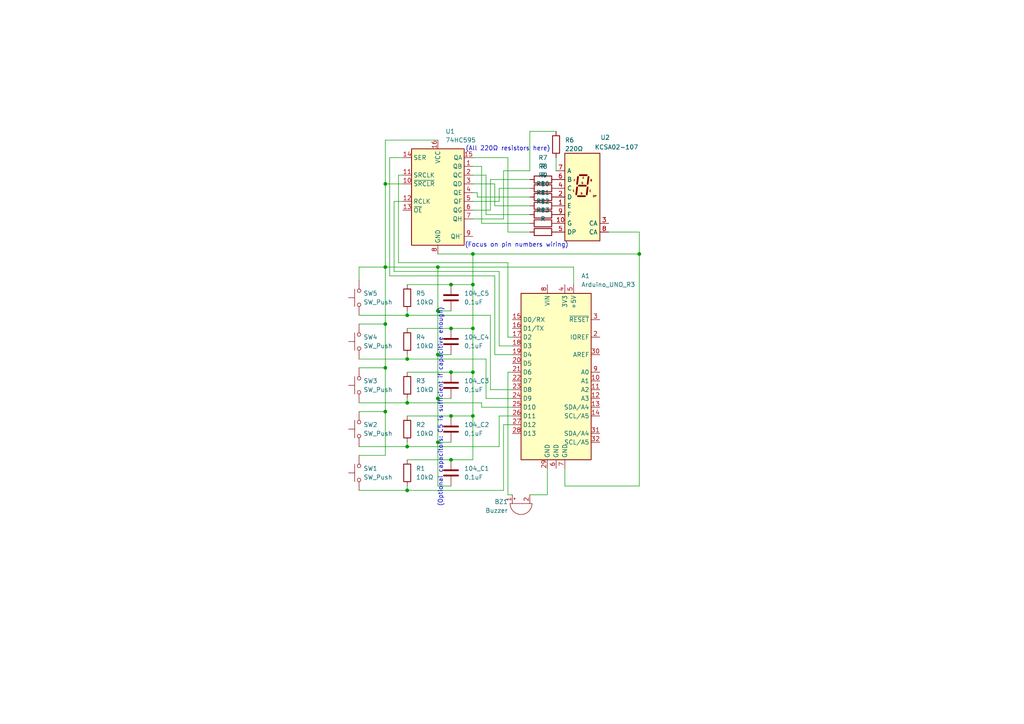
<source format=kicad_sch>
(kicad_sch (version 20250114) (generator "eeschema") (generator_version "9.0")
  (paper "A4")
  (lib_symbols
    (symbol "74xx:74HC595"
      (property "Reference" "U" (at -7.62 13.97 0))
      (property "Value" "74HC595" (at -7.62 -16.51 0))
      (symbol "74HC595_1_0"
        (pin input line (at -10.16 10.16 0) (length 2.54) (name "SER") (number "14"))
        (pin input line (at -10.16 5.08 0) (length 2.54) (name "SRCLK") (number "11"))
        (pin input line (at -10.16 2.54 0) (length 2.54) (name "~{SRCLR}") (number "10"))
        (pin input line (at -10.16 -2.54 0) (length 2.54) (name "RCLK") (number "12"))
        (pin input line (at -10.16 -5.08 0) (length 2.54) (name "~{OE}") (number "13"))
        (pin power_in line (at 0 15.24 270) (length 2.54) (name "VCC") (number "16"))
        (pin power_in line (at 0 -17.78 90) (length 2.54) (name "GND") (number "8"))
        (pin tri_state line (at 10.16 10.16 180) (length 2.54) (name "QA") (number "15"))
        (pin tri_state line (at 10.16 7.62 180) (length 2.54) (name "QB") (number "1"))
        (pin tri_state line (at 10.16 5.08 180) (length 2.54) (name "QC") (number "2"))
        (pin tri_state line (at 10.16 2.54 180) (length 2.54) (name "QD") (number "3"))
        (pin tri_state line (at 10.16 0 180) (length 2.54) (name "QE") (number "4"))
        (pin tri_state line (at 10.16 -2.54 180) (length 2.54) (name "QF") (number "5"))
        (pin tri_state line (at 10.16 -5.08 180) (length 2.54) (name "QG") (number "6"))
        (pin tri_state line (at 10.16 -7.62 180) (length 2.54) (name "QH") (number "7"))
        (pin output line (at 10.16 -12.7 180) (length 2.54) (name "QH'") (number "9"))
      )
      (symbol "74HC595_1_1"
        (rectangle (start -7.62 12.7) (end 7.62 -15.24) (stroke (width 0.254)) (fill (type background)))
      )
    )
    (symbol "Device:Buzzer" (pin_names (offset 0.0254) (hide yes))
      (property "Reference" "BZ" (at 3.81 1.27 0))
      (property "Value" "Buzzer" (at 3.81 -1.27 0))
      (symbol "Buzzer_0_1"
        (polyline (pts (xy -1.651 1.905) (xy -1.143 1.905)))
        (polyline (pts (xy -1.397 2.159) (xy -1.397 1.651)))
        (arc (start 0 3.175) (mid 3.1612 0) (end 0 -3.175))
        (polyline (pts (xy 0 3.175) (xy 0 -3.175)))
      )
      (symbol "Buzzer_1_1"
        (pin passive line (at -2.54 2.54 0) (length 2.54) (name "+") (number "1"))
        (pin passive line (at -2.54 -2.54 0) (length 2.54) (name "-") (number "2"))
      )
    )
    (symbol "Device:C" (pin_numbers (hide yes)) (pin_names (offset 0.254))
      (property "Reference" "C" (at 0.635 2.54 0))
      (property "Value" "C" (at 0.635 -2.54 0))
      (symbol "C_0_1"
        (polyline (pts (xy -2.032 0.762) (xy 2.032 0.762)) (stroke (width 0.508)))
        (polyline (pts (xy -2.032 -0.762) (xy 2.032 -0.762)) (stroke (width 0.508)))
      )
      (symbol "C_1_1"
        (pin passive line (at 0 3.81 270) (length 2.794) (name "~") (number "1"))
        (pin passive line (at 0 -3.81 90) (length 2.794) (name "~") (number "2"))
      )
    )
    (symbol "Device:R" (pin_numbers (hide yes)) (pin_names (offset 0))
      (property "Reference" "R" (at 2.032 0 90))
      (property "Value" "R" (at 0 0 90))
      (symbol "R_0_1"
        (rectangle (start -1.016 -2.54) (end 1.016 2.54) (stroke (width 0.254)))
      )
      (symbol "R_1_1"
        (pin passive line (at 0 3.81 270) (length 1.27) (name "~") (number "1"))
        (pin passive line (at 0 -3.81 90) (length 1.27) (name "~") (number "2"))
      )
    )
    (symbol "Display_Character:KCSA02-107" (pin_names (offset 0.635))
      (property "Reference" "U" (at -2.54 13.97 0))
      (property "Value" "KCSA02-107" (at 1.27 13.97 0))
      (symbol "KCSA02-107_0_0"
        (text "E" (at -2.54 1.778 0) (effects (font (size 0.508 0.508))))
        (text "F" (at -2.286 4.826 0) (effects (font (size 0.508 0.508))))
        (text "D" (at -0.254 1.016 0) (effects (font (size 0.508 0.508))))
        (text "G" (at 0 4.064 0) (effects (font (size 0.508 0.508))))
        (text "A" (at 0.254 5.588 0) (effects (font (size 0.508 0.508))))
        (text "C" (at 2.286 1.778 0) (effects (font (size 0.508 0.508))))
        (text "B" (at 2.54 4.826 0) (effects (font (size 0.508 0.508))))
        (text "DP" (at 3.556 0.254 0) (effects (font (size 0.508 0.508))))
      )
      (symbol "KCSA02-107_0_1"
        (rectangle (start -5.08 12.7) (end 5.08 -12.7) (stroke (width 0.254)) (fill (type background)))
        (polyline (pts (xy -1.524 2.794) (xy -1.778 0.762)) (stroke (width 0.508)))
        (polyline (pts (xy -1.27 5.842) (xy -1.524 3.81)) (stroke (width 0.508)))
        (polyline (pts (xy -1.27 0.254) (xy 0.762 0.254)) (stroke (width 0.508)))
        (polyline (pts (xy -1.016 3.302) (xy 1.016 3.302)) (stroke (width 0.508)))
        (polyline (pts (xy -0.762 6.35) (xy 1.27 6.35)) (stroke (width 0.508)))
        (polyline (pts (xy 1.524 2.794) (xy 1.27 0.762)) (stroke (width 0.508)))
        (polyline (pts (xy 1.778 5.842) (xy 1.524 3.81)) (stroke (width 0.508)))
        (polyline (pts (xy 2.54 0.254) (xy 2.54 0.254)) (stroke (width 0.508)))
      )
      (symbol "KCSA02-107_1_1"
        (pin input line (at -7.62 7.62 0) (length 2.54) (name "A") (number "7"))
        (pin input line (at -7.62 5.08 0) (length 2.54) (name "B") (number "6"))
        (pin input line (at -7.62 2.54 0) (length 2.54) (name "C") (number "4"))
        (pin input line (at -7.62 0 0) (length 2.54) (name "D") (number "2"))
        (pin input line (at -7.62 -2.54 0) (length 2.54) (name "E") (number "1"))
        (pin input line (at -7.62 -5.08 0) (length 2.54) (name "F") (number "9"))
        (pin input line (at -7.62 -7.62 0) (length 2.54) (name "G") (number "10"))
        (pin input line (at -7.62 -10.16 0) (length 2.54) (name "DP") (number "5"))
        (pin input line (at 7.62 -7.62 180) (length 2.54) (name "CA") (number "3"))
        (pin input line (at 7.62 -10.16 180) (length 2.54) (name "CA") (number "8"))
      )
    )
    (symbol "MCU_Module:Arduino_UNO_R3"
      (property "Reference" "A" (at -10.16 23.495 0))
      (property "Value" "Arduino_UNO_R3" (at 5.08 -26.67 0))
      (symbol "Arduino_UNO_R3_0_1"
        (rectangle (start -10.16 22.86) (end 10.16 -25.4) (stroke (width 0.254)) (fill (type background)))
      )
      (symbol "Arduino_UNO_R3_1_1"
        (pin bidirectional line (at -12.7 15.24 0) (length 2.54) (name "D0/RX") (number "15"))
        (pin bidirectional line (at -12.7 12.7 0) (length 2.54) (name "D1/TX") (number "16"))
        (pin bidirectional line (at -12.7 10.16 0) (length 2.54) (name "D2") (number "17"))
        (pin bidirectional line (at -12.7 7.62 0) (length 2.54) (name "D3") (number "18"))
        (pin bidirectional line (at -12.7 5.08 0) (length 2.54) (name "D4") (number "19"))
        (pin bidirectional line (at -12.7 2.54 0) (length 2.54) (name "D5") (number "20"))
        (pin bidirectional line (at -12.7 0 0) (length 2.54) (name "D6") (number "21"))
        (pin bidirectional line (at -12.7 -2.54 0) (length 2.54) (name "D7") (number "22"))
        (pin bidirectional line (at -12.7 -5.08 0) (length 2.54) (name "D8") (number "23"))
        (pin bidirectional line (at -12.7 -7.62 0) (length 2.54) (name "D9") (number "24"))
        (pin bidirectional line (at -12.7 -10.16 0) (length 2.54) (name "D10") (number "25"))
        (pin bidirectional line (at -12.7 -12.7 0) (length 2.54) (name "D11") (number "26"))
        (pin bidirectional line (at -12.7 -15.24 0) (length 2.54) (name "D12") (number "27"))
        (pin bidirectional line (at -12.7 -17.78 0) (length 2.54) (name "D13") (number "28"))
        (pin no_connect line (at -10.16 -20.32 0) (length 2.54) (hide yes) (name "NC") (number "1"))
        (pin power_in line (at -2.54 25.4 270) (length 2.54) (name "VIN") (number "8"))
        (pin power_in line (at -2.54 -27.94 90) (length 2.54) (name "GND") (number "29"))
        (pin power_in line (at 0 -27.94 90) (length 2.54) (name "GND") (number "6"))
        (pin power_out line (at 2.54 25.4 270) (length 2.54) (name "3V3") (number "4"))
        (pin power_in line (at 2.54 -27.94 90) (length 2.54) (name "GND") (number "7"))
        (pin power_out line (at 5.08 25.4 270) (length 2.54) (name "+5V") (number "5"))
        (pin input line (at 12.7 15.24 180) (length 2.54) (name "~{RESET}") (number "3"))
        (pin output line (at 12.7 10.16 180) (length 2.54) (name "IOREF") (number "2"))
        (pin input line (at 12.7 5.08 180) (length 2.54) (name "AREF") (number "30"))
        (pin bidirectional line (at 12.7 0 180) (length 2.54) (name "A0") (number "9"))
        (pin bidirectional line (at 12.7 -2.54 180) (length 2.54) (name "A1") (number "10"))
        (pin bidirectional line (at 12.7 -5.08 180) (length 2.54) (name "A2") (number "11"))
        (pin bidirectional line (at 12.7 -7.62 180) (length 2.54) (name "A3") (number "12"))
        (pin bidirectional line (at 12.7 -10.16 180) (length 2.54) (name "SDA/A4") (number "13"))
        (pin bidirectional line (at 12.7 -12.7 180) (length 2.54) (name "SCL/A5") (number "14"))
        (pin bidirectional line (at 12.7 -17.78 180) (length 2.54) (name "SDA/A4") (number "31"))
        (pin bidirectional line (at 12.7 -20.32 180) (length 2.54) (name "SCL/A5") (number "32"))
      )
    )
    (symbol "Switch:SW_Push" (pin_numbers (hide yes)) (pin_names (offset 1.016) (hide yes))
      (property "Reference" "SW" (at 1.27 2.54 0))
      (property "Value" "SW_Push" (at 0 -1.524 0))
      (symbol "SW_Push_0_1"
        (circle (center -2.032 0) (radius 0.508))
        (polyline (pts (xy 0 1.27) (xy 0 3.048)))
        (circle (center 2.032 0) (radius 0.508))
        (polyline (pts (xy 2.54 1.27) (xy -2.54 1.27)))
        (pin passive line (at -5.08 0 0) (length 2.54) (name "1") (number "1"))
        (pin passive line (at 5.08 0 180) (length 2.54) (name "2") (number "2"))
      )
    )
  )
  (text "(Optional capacitors: C5 is sufficient if capacitive enough)" (at 127.762 118.11 90) (effects (font (size 1.27 1.27))))
  (text "(Focus on pin numbers wiring)" (at 149.86 71.12 0) (effects (font (size 1.27 1.27))))
  (text "(All 220Ω resistors here)" (at 147.32 43.18 0) (effects (font (size 1.27 1.27))))
  (junction (at 118.11 104.14))
  (junction (at 111.76 93.98))
  (junction (at 130.81 120.65))
  (junction (at 118.11 91.44))
  (junction (at 111.76 106.68))
  (junction (at 137.16 120.65))
  (junction (at 130.81 82.55))
  (junction (at 137.16 82.55))
  (junction (at 111.76 53.34))
  (junction (at 130.81 107.95))
  (junction (at 137.16 95.25))
  (junction (at 127 115.57))
  (junction (at 118.11 129.54))
  (junction (at 118.11 142.24))
  (junction (at 111.76 119.38))
  (junction (at 185.42 73.66))
  (junction (at 127 102.87))
  (junction (at 137.16 107.95))
  (junction (at 137.16 73.66))
  (junction (at 127 77.47))
  (junction (at 118.11 116.84))
  (junction (at 127 128.27))
  (junction (at 130.81 95.25))
  (junction (at 127 90.17))
  (junction (at 130.81 133.35))
  (junction (at 111.76 77.47))
  (wire (pts (xy 148.59 115.57) (xy 140.97 115.57)))
  (wire (pts (xy 163.83 140.97) (xy 163.83 135.89)))
  (wire (pts (xy 144.78 120.65) (xy 144.78 129.54)))
  (wire (pts (xy 148.59 107.95) (xy 147.32 107.95)))
  (wire (pts (xy 111.76 53.34) (xy 111.76 77.47)))
  (wire (pts (xy 142.24 52.07) (xy 153.67 52.07)))
  (wire (pts (xy 153.67 38.1) (xy 161.29 38.1)))
  (wire (pts (xy 140.97 50.8) (xy 140.97 62.23)))
  (wire (pts (xy 146.05 49.53) (xy 153.67 49.53)))
  (wire (pts (xy 113.03 80.01) (xy 143.51 80.01)))
  (wire (pts (xy 104.14 91.44) (xy 118.11 91.44)))
  (wire (pts (xy 137.16 82.55) (xy 130.81 82.55)))
  (wire (pts (xy 104.14 106.68) (xy 111.76 106.68)))
  (wire (pts (xy 148.59 123.19) (xy 146.05 123.19)))
  (wire (pts (xy 118.11 107.95) (xy 130.81 107.95)))
  (wire (pts (xy 146.05 123.19) (xy 146.05 142.24)))
  (wire (pts (xy 104.14 116.84) (xy 118.11 116.84)))
  (wire (pts (xy 104.14 119.38) (xy 111.76 119.38)))
  (wire (pts (xy 147.32 97.79) (xy 148.59 97.79)))
  (wire (pts (xy 137.16 50.8) (xy 140.97 50.8)))
  (wire (pts (xy 118.11 95.25) (xy 130.81 95.25)))
  (wire (pts (xy 111.76 93.98) (xy 111.76 77.47)))
  (wire (pts (xy 137.16 120.65) (xy 137.16 133.35)))
  (wire (pts (xy 104.14 142.24) (xy 118.11 142.24)))
  (wire (pts (xy 144.78 78.74) (xy 144.78 100.33)))
  (wire (pts (xy 104.14 104.14) (xy 118.11 104.14)))
  (wire (pts (xy 147.32 76.2) (xy 147.32 97.79)))
  (wire (pts (xy 137.16 107.95) (xy 137.16 120.65)))
  (wire (pts (xy 137.16 95.25) (xy 130.81 95.25)))
  (wire (pts (xy 118.11 104.14) (xy 140.97 104.14)))
  (wire (pts (xy 146.05 142.24) (xy 118.11 142.24)))
  (wire (pts (xy 148.59 120.65) (xy 144.78 120.65)))
  (wire (pts (xy 111.76 40.64) (xy 111.76 53.34)))
  (wire (pts (xy 116.84 45.72) (xy 113.03 45.72)))
  (wire (pts (xy 116.84 58.42) (xy 114.3 58.42)))
  (wire (pts (xy 148.59 118.11) (xy 139.7 118.11)))
  (wire (pts (xy 130.81 115.57) (xy 127 115.57)))
  (wire (pts (xy 118.11 90.17) (xy 118.11 91.44)))
  (wire (pts (xy 127 128.27) (xy 127 115.57)))
  (wire (pts (xy 147.32 107.95) (xy 147.32 143.51)))
  (wire (pts (xy 111.76 77.47) (xy 127 77.47)))
  (wire (pts (xy 143.51 102.87) (xy 148.59 102.87)))
  (wire (pts (xy 127 40.64) (xy 111.76 40.64)))
  (wire (pts (xy 127 115.57) (xy 127 102.87)))
  (wire (pts (xy 116.84 50.8) (xy 115.57 50.8)))
  (wire (pts (xy 137.16 120.65) (xy 130.81 120.65)))
  (wire (pts (xy 137.16 53.34) (xy 143.51 53.34)))
  (wire (pts (xy 118.11 82.55) (xy 130.81 82.55)))
  (wire (pts (xy 144.78 54.61) (xy 153.67 54.61)))
  (wire (pts (xy 144.78 58.42) (xy 144.78 54.61)))
  (wire (pts (xy 137.16 60.96) (xy 142.24 60.96)))
  (wire (pts (xy 111.76 119.38) (xy 111.76 106.68)))
  (wire (pts (xy 118.11 133.35) (xy 130.81 133.35)))
  (wire (pts (xy 139.7 116.84) (xy 118.11 116.84)))
  (wire (pts (xy 113.03 45.72) (xy 113.03 80.01)))
  (wire (pts (xy 137.16 73.66) (xy 185.42 73.66)))
  (wire (pts (xy 142.24 60.96) (xy 142.24 52.07)))
  (wire (pts (xy 118.11 142.24) (xy 118.11 140.97)))
  (wire (pts (xy 143.51 53.34) (xy 143.51 59.69)))
  (wire (pts (xy 127 102.87) (xy 130.81 102.87)))
  (wire (pts (xy 153.67 49.53) (xy 153.67 38.1)))
  (wire (pts (xy 137.16 95.25) (xy 137.16 107.95)))
  (wire (pts (xy 144.78 100.33) (xy 148.59 100.33)))
  (wire (pts (xy 148.59 113.03) (xy 142.24 113.03)))
  (wire (pts (xy 137.16 73.66) (xy 137.16 82.55)))
  (wire (pts (xy 158.75 143.51) (xy 158.75 135.89)))
  (wire (pts (xy 147.32 45.72) (xy 147.32 67.31)))
  (wire (pts (xy 185.42 67.31) (xy 185.42 73.66)))
  (wire (pts (xy 114.3 58.42) (xy 114.3 78.74)))
  (wire (pts (xy 139.7 48.26) (xy 139.7 64.77)))
  (wire (pts (xy 142.24 113.03) (xy 142.24 91.44)))
  (wire (pts (xy 104.14 132.08) (xy 111.76 132.08)))
  (wire (pts (xy 185.42 140.97) (xy 163.83 140.97)))
  (wire (pts (xy 137.16 82.55) (xy 137.16 95.25)))
  (wire (pts (xy 104.14 93.98) (xy 111.76 93.98)))
  (wire (pts (xy 115.57 76.2) (xy 147.32 76.2)))
  (wire (pts (xy 127 140.97) (xy 127 128.27)))
  (wire (pts (xy 118.11 102.87) (xy 118.11 104.14)))
  (wire (pts (xy 127 77.47) (xy 127 90.17)))
  (wire (pts (xy 130.81 140.97) (xy 127 140.97)))
  (wire (pts (xy 104.14 81.28) (xy 104.14 77.47)))
  (wire (pts (xy 130.81 128.27) (xy 127 128.27)))
  (wire (pts (xy 137.16 58.42) (xy 144.78 58.42)))
  (wire (pts (xy 137.16 48.26) (xy 139.7 48.26)))
  (wire (pts (xy 176.53 67.31) (xy 185.42 67.31)))
  (wire (pts (xy 140.97 115.57) (xy 140.97 104.14)))
  (wire (pts (xy 139.7 64.77) (xy 153.67 64.77)))
  (wire (pts (xy 118.11 91.44) (xy 142.24 91.44)))
  (wire (pts (xy 115.57 50.8) (xy 115.57 76.2)))
  (wire (pts (xy 104.14 77.47) (xy 111.76 77.47)))
  (wire (pts (xy 143.51 59.69) (xy 153.67 59.69)))
  (wire (pts (xy 166.37 77.47) (xy 166.37 82.55)))
  (wire (pts (xy 137.16 55.88) (xy 138.43 55.88)))
  (wire (pts (xy 127 90.17) (xy 130.81 90.17)))
  (wire (pts (xy 147.32 67.31) (xy 153.67 67.31)))
  (wire (pts (xy 138.43 57.15) (xy 153.67 57.15)))
  (wire (pts (xy 185.42 73.66) (xy 185.42 140.97)))
  (wire (pts (xy 147.32 143.51) (xy 148.59 143.51)))
  (wire (pts (xy 153.67 143.51) (xy 158.75 143.51)))
  (wire (pts (xy 161.29 45.72) (xy 161.29 49.53)))
  (wire (pts (xy 116.84 53.34) (xy 111.76 53.34)))
  (wire (pts (xy 118.11 129.54) (xy 118.11 128.27)))
  (wire (pts (xy 139.7 118.11) (xy 139.7 116.84)))
  (wire (pts (xy 140.97 62.23) (xy 153.67 62.23)))
  (wire (pts (xy 143.51 80.01) (xy 143.51 102.87)))
  (wire (pts (xy 114.3 78.74) (xy 144.78 78.74)))
  (wire (pts (xy 111.76 106.68) (xy 111.76 93.98)))
  (wire (pts (xy 137.16 45.72) (xy 147.32 45.72)))
  (wire (pts (xy 118.11 120.65) (xy 130.81 120.65)))
  (wire (pts (xy 137.16 133.35) (xy 130.81 133.35)))
  (wire (pts (xy 137.16 63.5) (xy 146.05 63.5)))
  (wire (pts (xy 127 73.66) (xy 137.16 73.66)))
  (wire (pts (xy 138.43 55.88) (xy 138.43 57.15)))
  (wire (pts (xy 144.78 129.54) (xy 118.11 129.54)))
  (wire (pts (xy 127 90.17) (xy 127 102.87)))
  (wire (pts (xy 146.05 63.5) (xy 146.05 49.53)))
  (wire (pts (xy 118.11 115.57) (xy 118.11 116.84)))
  (wire (pts (xy 111.76 132.08) (xy 111.76 119.38)))
  (wire (pts (xy 104.14 129.54) (xy 118.11 129.54)))
  (wire (pts (xy 127 77.47) (xy 166.37 77.47)))
  (wire (pts (xy 137.16 107.95) (xy 130.81 107.95)))
  (symbol (lib_id "Device:R") (at 157.48 59.69 90) (unit 1)
    (property "Reference" "R10" (at 157.48 53.34 90))
    (property "Value" "R" (at 157.48 55.88 90))
    (property "Description" "Resistor" (effects (hide yes)))
  )
  (symbol (lib_id "Device:C") (at 130.81 124.46 0) (unit 1)
    (property "Reference" "104_C2" (at 134.62 123.1899 0) (effects (justify left)))
    (property "Value" "0,1uF" (at 134.62 125.7299 0) (effects (justify left)))
    (property "Description" "Unpolarized capacitor" (effects (hide yes)))
  )
  (symbol (lib_id "Switch:SW_Push") (at 104.14 124.46 90) (unit 1)
    (property "Reference" "SW2" (at 105.41 123.1899 90) (effects (justify right)))
    (property "Value" "SW_Push" (at 105.41 125.7299 90) (effects (justify right)))
    (property "Description" "Push button switch, generic, two pins" (effects (hide yes)))
  )
  (symbol (lib_id "Device:R") (at 157.48 54.61 90) (unit 1)
    (property "Reference" "R8" (at 157.48 48.26 90))
    (property "Value" "R" (at 157.48 50.8 90))
    (property "Description" "Resistor" (effects (hide yes)))
  )
  (symbol (lib_id "Switch:SW_Push") (at 104.14 86.36 90) (unit 1)
    (property "Reference" "SW5" (at 105.41 85.0899 90) (effects (justify right)))
    (property "Value" "SW_Push" (at 105.41 87.6299 90) (effects (justify right)))
    (property "Description" "Push button switch, generic, two pins" (effects (hide yes)))
  )
  (symbol (lib_id "74xx:74HC595") (at 127 55.88 0) (unit 1)
    (property "Reference" "U1" (at 129.1941 38.1 0) (effects (justify left)))
    (property "Value" "74HC595" (at 129.1941 40.64 0) (effects (justify left)))
    (property "Datasheet" "http://www.ti.com/lit/ds/symlink/sn74hc595.pdf" (effects (hide yes)))
    (property "Description" "8-bit serial in/out Shift Register 3-State Outputs" (effects (hide yes)))
  )
  (symbol (lib_id "Device:R") (at 157.48 67.31 90) (unit 1)
    (property "Reference" "R13" (at 157.48 60.96 90))
    (property "Value" "R" (at 157.48 63.5 90))
    (property "Description" "Resistor" (effects (hide yes)))
  )
  (symbol (lib_id "Device:R") (at 118.11 99.06 0) (unit 1)
    (property "Reference" "R4" (at 120.65 97.7899 0) (effects (justify left)))
    (property "Value" "10kΩ" (at 120.65 100.3299 0) (effects (justify left)))
    (property "Description" "Resistor" (effects (hide yes)))
  )
  (symbol (lib_id "Switch:SW_Push") (at 104.14 99.06 90) (unit 1)
    (property "Reference" "SW4" (at 105.41 97.7899 90) (effects (justify right)))
    (property "Value" "SW_Push" (at 105.41 100.3299 90) (effects (justify right)))
    (property "Description" "Push button switch, generic, two pins" (effects (hide yes)))
  )
  (symbol (lib_id "Device:R") (at 157.48 64.77 90) (unit 1)
    (property "Reference" "R12" (at 157.48 58.42 90))
    (property "Value" "R" (at 157.48 60.96 90))
    (property "Description" "Resistor" (effects (hide yes)))
  )
  (symbol (lib_id "Device:R") (at 118.11 124.46 0) (unit 1)
    (property "Reference" "R2" (at 120.65 123.1899 0) (effects (justify left)))
    (property "Value" "10kΩ" (at 120.65 125.7299 0) (effects (justify left)))
    (property "Description" "Resistor" (effects (hide yes)))
  )
  (symbol (lib_id "Device:C") (at 130.81 99.06 0) (unit 1)
    (property "Reference" "104_C4" (at 134.62 97.7899 0) (effects (justify left)))
    (property "Value" "0,1uF" (at 134.62 100.3299 0) (effects (justify left)))
    (property "Description" "Unpolarized capacitor" (effects (hide yes)))
  )
  (symbol (lib_id "Device:R") (at 157.48 57.15 90) (unit 1)
    (property "Reference" "R9" (at 157.48 50.8 90))
    (property "Value" "R" (at 157.48 53.34 90))
    (property "Description" "Resistor" (effects (hide yes)))
  )
  (symbol (lib_id "Device:C") (at 130.81 86.36 0) (unit 1)
    (property "Reference" "104_C5" (at 134.62 85.0899 0) (effects (justify left)))
    (property "Value" "0,1uF" (at 134.62 87.6299 0) (effects (justify left)))
    (property "Description" "Unpolarized capacitor" (effects (hide yes)))
  )
  (symbol (lib_id "Device:R") (at 157.48 52.07 90) (unit 1)
    (property "Reference" "R7" (at 157.48 45.72 90))
    (property "Value" "R" (at 157.48 48.26 90))
    (property "Description" "Resistor" (effects (hide yes)))
  )
  (symbol (lib_id "Device:R") (at 118.11 86.36 0) (unit 1)
    (property "Reference" "R5" (at 120.65 85.0899 0) (effects (justify left)))
    (property "Value" "10kΩ" (at 120.65 87.6299 0) (effects (justify left)))
    (property "Description" "Resistor" (effects (hide yes)))
  )
  (symbol (lib_id "Display_Character:KCSA02-107") (at 168.91 57.15 0) (unit 1)
    (property "Reference" "U2" (at 175.514 39.878 0))
    (property "Value" "KCSA02-107" (at 178.816 42.672 0))
    (property "Footprint" "Display_7Segment:KCSC02-107" (effects (hide yes)))
    (property "Datasheet" "http://www.kingbright.com/attachments/file/psearch/000/00/00/KCSA02-107(Ver.10A).pdf" (effects (hide yes)))
    (property "Description" "One digit 7 segment super bright orange LED, common anode" (effects (hide yes)))
  )
  (symbol (lib_id "MCU_Module:Arduino_UNO_R3") (at 161.29 107.95 0) (unit 1)
    (property "Reference" "A1" (at 168.5641 80.01 0) (effects (justify left)))
    (property "Value" "Arduino_UNO_R3" (at 168.5641 82.55 0) (effects (justify left)))
    (property "Footprint" "Module:Arduino_UNO_R3" (effects (hide yes)))
    (property "Datasheet" "https://www.arduino.cc/en/Main/arduinoBoardUno" (effects (hide yes)))
    (property "Description" "Arduino UNO Microcontroller Module, release 3" (effects (hide yes)))
  )
  (symbol (lib_id "Device:R") (at 157.48 62.23 90) (unit 1)
    (property "Reference" "R11" (at 157.48 55.88 90))
    (property "Value" "R" (at 157.48 58.42 90))
    (property "Description" "Resistor" (effects (hide yes)))
  )
  (symbol (lib_id "Device:C") (at 130.81 111.76 0) (unit 1)
    (property "Reference" "104_C3" (at 134.62 110.4899 0) (effects (justify left)))
    (property "Value" "0,1uF" (at 134.62 113.0299 0) (effects (justify left)))
    (property "Description" "Unpolarized capacitor" (effects (hide yes)))
  )
  (symbol (lib_id "Device:R") (at 118.11 111.76 0) (unit 1)
    (property "Reference" "R3" (at 120.65 110.4899 0) (effects (justify left)))
    (property "Value" "10kΩ" (at 120.65 113.0299 0) (effects (justify left)))
    (property "Description" "Resistor" (effects (hide yes)))
  )
  (symbol (lib_id "Device:C") (at 130.81 137.16 0) (unit 1)
    (property "Reference" "104_C1" (at 134.62 135.8899 0) (effects (justify left)))
    (property "Value" "0,1uF" (at 134.62 138.4299 0) (effects (justify left)))
    (property "Description" "Unpolarized capacitor" (effects (hide yes)))
  )
  (symbol (lib_id "Device:Buzzer") (at 151.13 146.05 90) (mirror x) (unit 1)
    (property "Reference" "BZ1" (at 147.32 145.535 90) (effects (justify left)))
    (property "Value" "Buzzer" (at 147.32 148.075 90) (effects (justify left)))
    (property "Description" "Buzzer, polarized" (effects (hide yes)))
  )
  (symbol (lib_id "Device:R") (at 161.29 41.91 180) (unit 1)
    (property "Reference" "R6" (at 163.83 40.6399 0) (effects (justify right)))
    (property "Value" "220Ω" (at 163.83 43.1799 0) (effects (justify right)))
    (property "Description" "Resistor" (effects (hide yes)))
  )
  (symbol (lib_id "Switch:SW_Push") (at 104.14 137.16 90) (unit 1)
    (property "Reference" "SW1" (at 105.41 135.8899 90) (effects (justify right)))
    (property "Value" "SW_Push" (at 105.41 138.4299 90) (effects (justify right)))
    (property "Description" "Push button switch, generic, two pins" (effects (hide yes)))
  )
  (symbol (lib_id "Switch:SW_Push") (at 104.14 111.76 90) (unit 1)
    (property "Reference" "SW3" (at 105.41 110.4899 90) (effects (justify right)))
    (property "Value" "SW_Push" (at 105.41 113.0299 90) (effects (justify right)))
    (property "Description" "Push button switch, generic, two pins" (effects (hide yes)))
  )
  (symbol (lib_id "Device:R") (at 118.11 137.16 0) (unit 1)
    (property "Reference" "R1" (at 120.65 135.8899 0) (effects (justify left)))
    (property "Value" "10kΩ" (at 120.65 138.4299 0) (effects (justify left)))
    (property "Description" "Resistor" (effects (hide yes)))
  )
)
</source>
